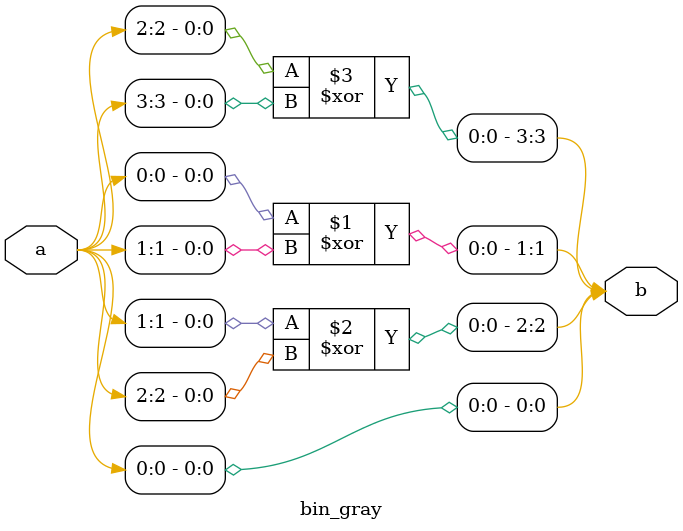
<source format=v>
module bin_gray(a, b);

    input  [3:0] a;      // 4-bit binary input
    output [3:0] b;      // 4-bit Gray code output

    // Gray code logic
    assign b[0] = a[0];              // MSB remains the same
    assign b[1] = a[0] ^ a[1];       // XOR with next bit
    assign b[2] = a[1] ^ a[2];       // Continue XOR chain
    assign b[3] = a[2] ^ a[3];       // LSB transformation

endmodule

</source>
